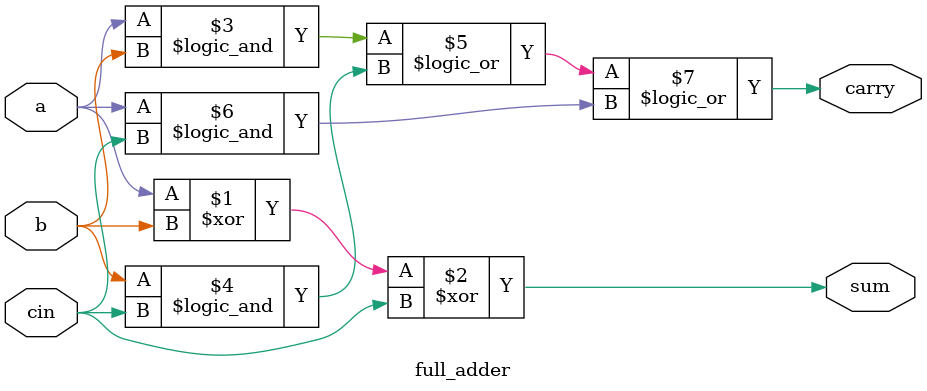
<source format=sv>
module full_adder(
  input logic a,
  input logic b,
  input logic cin,
  output logic sum,
  output logic carry
);
  /*
  a b cin sum carry
  0 0 0   0   0
  0 0 1   1   0
  0 1 0	  1	  0
  0 1 1   0   1
  1 0 0   1   0
  1 0 1   0   1
  1 1 0   0   1
  1 1 1   1   1
  a_bar(b&&)c + a(b||c)
  */
  assign sum = a^b^cin;
  assign carry = (a&&b) || (b&&cin) || (a&&cin);
endmodule  

</source>
